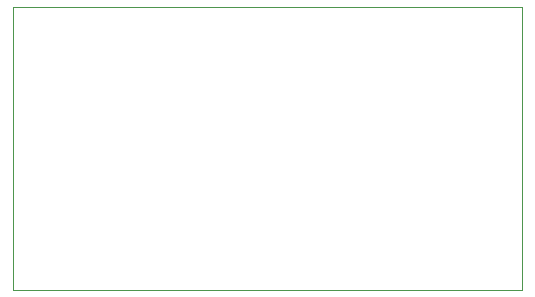
<source format=gbr>
G04 #@! TF.GenerationSoftware,KiCad,Pcbnew,(5.1.4)-1*
G04 #@! TF.CreationDate,2019-12-06T22:53:01-05:00*
G04 #@! TF.ProjectId,STM32G4DevBoard,53544d33-3247-4344-9465-76426f617264,rev?*
G04 #@! TF.SameCoordinates,Original*
G04 #@! TF.FileFunction,Profile,NP*
%FSLAX46Y46*%
G04 Gerber Fmt 4.6, Leading zero omitted, Abs format (unit mm)*
G04 Created by KiCad (PCBNEW (5.1.4)-1) date 2019-12-06 22:53:01*
%MOMM*%
%LPD*%
G04 APERTURE LIST*
%ADD10C,0.050000*%
G04 APERTURE END LIST*
D10*
X106809900Y-103273000D02*
X149885400Y-103273000D01*
X106809900Y-79353000D02*
X106809900Y-103273000D01*
X149885400Y-79353000D02*
X106809900Y-79353000D01*
X149885400Y-103273000D02*
X149885400Y-79353000D01*
M02*

</source>
